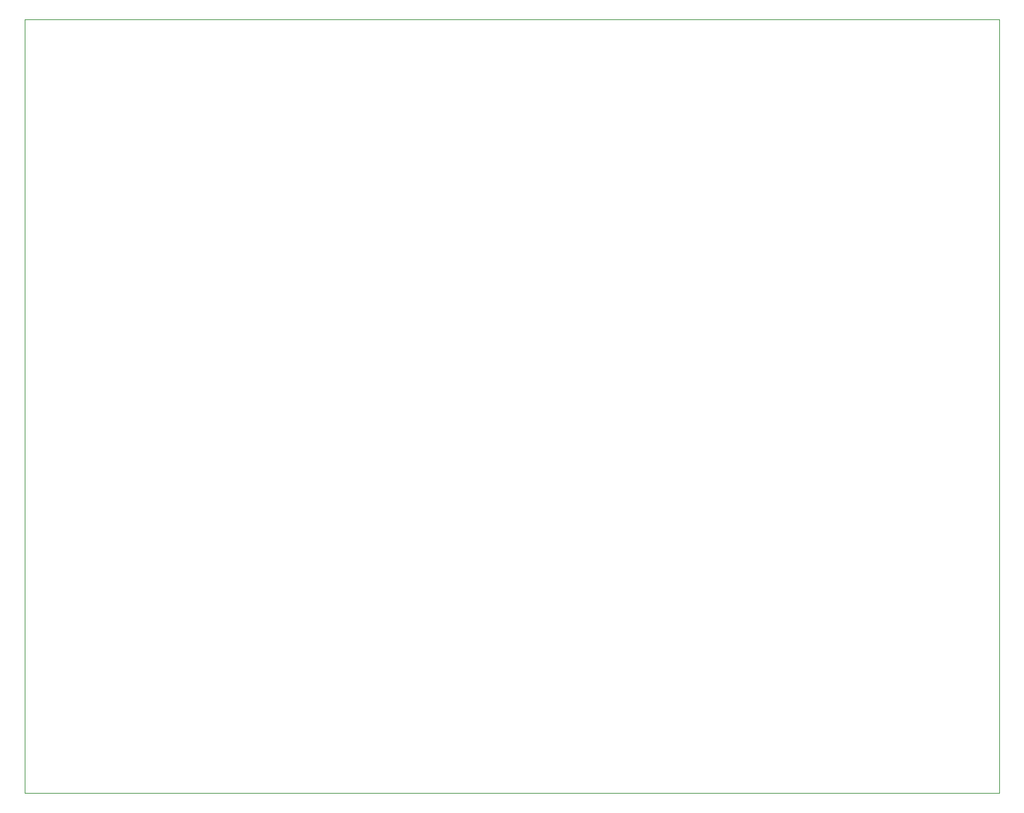
<source format=gm1>
%TF.GenerationSoftware,KiCad,Pcbnew,6.0.4-6f826c9f35~116~ubuntu20.04.1*%
%TF.CreationDate,2022-04-13T14:27:07+02:00*%
%TF.ProjectId,sprayGun_PCB,73707261-7947-4756-9e5f-5043422e6b69,rev?*%
%TF.SameCoordinates,Original*%
%TF.FileFunction,Profile,NP*%
%FSLAX46Y46*%
G04 Gerber Fmt 4.6, Leading zero omitted, Abs format (unit mm)*
G04 Created by KiCad (PCBNEW 6.0.4-6f826c9f35~116~ubuntu20.04.1) date 2022-04-13 14:27:07*
%MOMM*%
%LPD*%
G01*
G04 APERTURE LIST*
%TA.AperFunction,Profile*%
%ADD10C,0.100000*%
%TD*%
G04 APERTURE END LIST*
D10*
X87758000Y-46830000D02*
X211202000Y-46830000D01*
X211202000Y-46830000D02*
X211202000Y-144890000D01*
X211202000Y-144890000D02*
X87758000Y-144890000D01*
X87758000Y-144890000D02*
X87758000Y-46830000D01*
M02*

</source>
